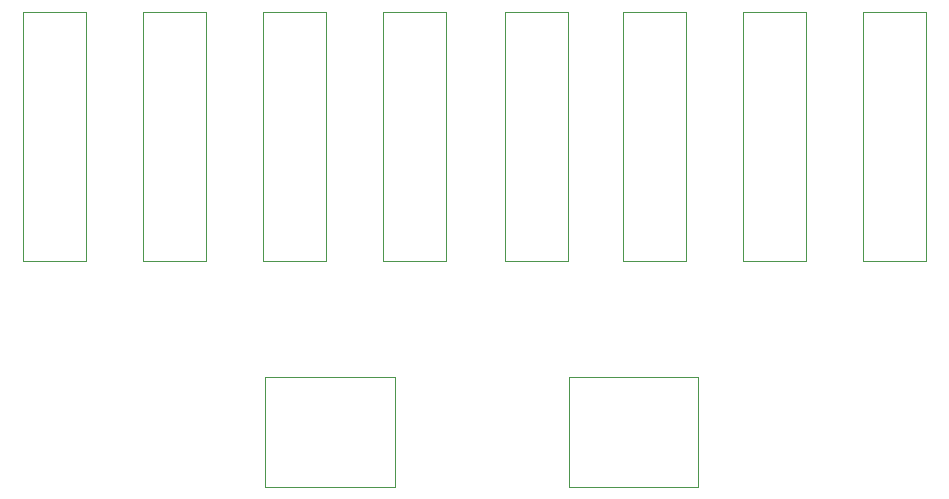
<source format=gbr>
G04 #@! TF.GenerationSoftware,KiCad,Pcbnew,(5.0.0)*
G04 #@! TF.CreationDate,2020-01-07T20:32:05+00:00*
G04 #@! TF.ProjectId,Potentiometer_mount_8LED,506F74656E74696F6D657465725F6D6F,rev?*
G04 #@! TF.SameCoordinates,Original*
G04 #@! TF.FileFunction,Other,User*
%FSLAX46Y46*%
G04 Gerber Fmt 4.6, Leading zero omitted, Abs format (unit mm)*
G04 Created by KiCad (PCBNEW (5.0.0)) date 01/07/20 20:32:05*
%MOMM*%
%LPD*%
G01*
G04 APERTURE LIST*
%ADD10C,0.050000*%
G04 APERTURE END LIST*
D10*
G04 #@! TO.C,LED 8*
X196070000Y-73250000D02*
X196070000Y-52200000D01*
X190720000Y-73250000D02*
X196070000Y-73250000D01*
X190720000Y-52200000D02*
X190720000Y-73250000D01*
X196070000Y-52200000D02*
X190720000Y-52200000D01*
G04 #@! TO.C,LED 7*
X185910000Y-73250000D02*
X185910000Y-52200000D01*
X180560000Y-73250000D02*
X185910000Y-73250000D01*
X180560000Y-52200000D02*
X180560000Y-73250000D01*
X185910000Y-52200000D02*
X180560000Y-52200000D01*
G04 #@! TO.C,LED 5*
X165750000Y-73250000D02*
X165750000Y-52200000D01*
X160400000Y-73250000D02*
X165750000Y-73250000D01*
X160400000Y-52200000D02*
X160400000Y-73250000D01*
X165750000Y-52200000D02*
X160400000Y-52200000D01*
G04 #@! TO.C,LED 6*
X175750000Y-73250000D02*
X175750000Y-52200000D01*
X170400000Y-73250000D02*
X175750000Y-73250000D01*
X170400000Y-52200000D02*
X170400000Y-73250000D01*
X175750000Y-52200000D02*
X170400000Y-52200000D01*
G04 #@! TO.C,To LED*
X176800000Y-83100000D02*
X165800000Y-83100000D01*
X176800000Y-92400000D02*
X176800000Y-83100000D01*
X165800000Y-92400000D02*
X176800000Y-92400000D01*
X165800000Y-83100000D02*
X165800000Y-92400000D01*
G04 #@! TO.C,From Stimlator*
X151100000Y-83100000D02*
X140100000Y-83100000D01*
X151100000Y-92400000D02*
X151100000Y-83100000D01*
X140100000Y-92400000D02*
X151100000Y-92400000D01*
X140100000Y-83100000D02*
X140100000Y-92400000D01*
G04 #@! TO.C,LED 1*
X124950000Y-73250000D02*
X124950000Y-52200000D01*
X119600000Y-73250000D02*
X124950000Y-73250000D01*
X119600000Y-52200000D02*
X119600000Y-73250000D01*
X124950000Y-52200000D02*
X119600000Y-52200000D01*
G04 #@! TO.C,LED 2*
X135110000Y-52200000D02*
X129760000Y-52200000D01*
X129760000Y-52200000D02*
X129760000Y-73250000D01*
X129760000Y-73250000D02*
X135110000Y-73250000D01*
X135110000Y-73250000D02*
X135110000Y-52200000D01*
G04 #@! TO.C,LED 3*
X145270000Y-73250000D02*
X145270000Y-52200000D01*
X139920000Y-73250000D02*
X145270000Y-73250000D01*
X139920000Y-52200000D02*
X139920000Y-73250000D01*
X145270000Y-52200000D02*
X139920000Y-52200000D01*
G04 #@! TO.C,LED 4*
X155430000Y-52200000D02*
X150080000Y-52200000D01*
X150080000Y-52200000D02*
X150080000Y-73250000D01*
X150080000Y-73250000D02*
X155430000Y-73250000D01*
X155430000Y-73250000D02*
X155430000Y-52200000D01*
G04 #@! TD*
M02*

</source>
